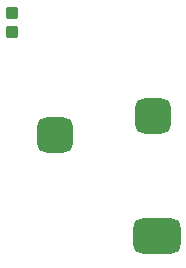
<source format=gtp>
G04 Layer_Color=8421504*
%FSLAX44Y44*%
%MOMM*%
G71*
G01*
G75*
G04:AMPARAMS|DCode=10|XSize=3mm|YSize=3mm|CornerRadius=0.75mm|HoleSize=0mm|Usage=FLASHONLY|Rotation=270.000|XOffset=0mm|YOffset=0mm|HoleType=Round|Shape=RoundedRectangle|*
%AMROUNDEDRECTD10*
21,1,3.0000,1.5000,0,0,270.0*
21,1,1.5000,3.0000,0,0,270.0*
1,1,1.5000,-0.7500,-0.7500*
1,1,1.5000,-0.7500,0.7500*
1,1,1.5000,0.7500,0.7500*
1,1,1.5000,0.7500,-0.7500*
%
%ADD10ROUNDEDRECTD10*%
G04:AMPARAMS|DCode=11|XSize=1mm|YSize=1.1mm|CornerRadius=0.25mm|HoleSize=0mm|Usage=FLASHONLY|Rotation=270.000|XOffset=0mm|YOffset=0mm|HoleType=Round|Shape=RoundedRectangle|*
%AMROUNDEDRECTD11*
21,1,1.0000,0.6000,0,0,270.0*
21,1,0.5000,1.1000,0,0,270.0*
1,1,0.5000,-0.3000,-0.2500*
1,1,0.5000,-0.3000,0.2500*
1,1,0.5000,0.3000,0.2500*
1,1,0.5000,0.3000,-0.2500*
%
%ADD11ROUNDEDRECTD11*%
G04:AMPARAMS|DCode=12|XSize=4mm|YSize=3mm|CornerRadius=0.75mm|HoleSize=0mm|Usage=FLASHONLY|Rotation=0.000|XOffset=0mm|YOffset=0mm|HoleType=Round|Shape=RoundedRectangle|*
%AMROUNDEDRECTD12*
21,1,4.0000,1.5000,0,0,0.0*
21,1,2.5000,3.0000,0,0,0.0*
1,1,1.5000,1.2500,-0.7500*
1,1,1.5000,-1.2500,-0.7500*
1,1,1.5000,-1.2500,0.7500*
1,1,1.5000,1.2500,0.7500*
%
%ADD12ROUNDEDRECTD12*%
G04:AMPARAMS|DCode=13|XSize=3mm|YSize=3mm|CornerRadius=0.75mm|HoleSize=0mm|Usage=FLASHONLY|Rotation=0.000|XOffset=0mm|YOffset=0mm|HoleType=Round|Shape=RoundedRectangle|*
%AMROUNDEDRECTD13*
21,1,3.0000,1.5000,0,0,0.0*
21,1,1.5000,3.0000,0,0,0.0*
1,1,1.5000,0.7500,-0.7500*
1,1,1.5000,-0.7500,-0.7500*
1,1,1.5000,-0.7500,0.7500*
1,1,1.5000,0.7500,0.7500*
%
%ADD13ROUNDEDRECTD13*%
D10*
X105000Y169000D02*
D03*
D11*
X68000Y256000D02*
D03*
Y272000D02*
D03*
D12*
X191000Y83000D02*
D03*
D13*
X188000Y185000D02*
D03*
M02*

</source>
